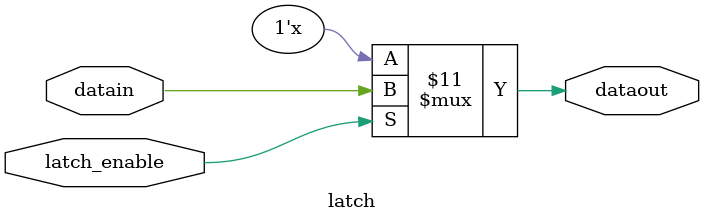
<source format=v>




`timescale 1 ps / 1ps

module oper_add ( a, b, cin, cout, o );

	parameter width_a = 32;
	parameter width_b = 32;
	parameter width_o = 32;
	parameter sgate_representation = 1;

	input [width_a-1:0] a;
	input [width_b-1:0] b;
	input cin;
	output cout;
	output [width_o-1:0] o;


   initial
    begin

        // check if width_a > 0
        if (width_a <= 0)
            $display("Error!  width_a must be greater than 0.\n");
        // check if width_b > 0
        if (width_b <= 0)
            $display("Error!  width_b must be greater than 0.\n");
        // check if width_o > 0
        if (width_o <= 0)
            $display("Error!  width_o must be greater than 0.\n");
        if (width_a != width_b)
            $display("Error!  width_a must be equal to width_b.\n");
        if (width_a != width_o)
            $display("Error!  width_a must be equal to width_o.\n");
        // check for valid lpm_rep value
        if (sgate_representation != 1 &&
            sgate_representation != 0)
            $display("Error!  sgate_representation value must be 1 (SIGNED) or 0 (UNSIGNED).");
    end


 	lpm_add_sub	lpm_add_sub_component (
				.dataa (a),
				.datab (b),
				.cin (cin),
				.cout (cout),
				.result (o),
				.add_sub (),
				.clock (),
				.aclr (),
				.clken (),
				.overflow ()
				);
	defparam
		lpm_add_sub_component.lpm_width = width_a,
		lpm_add_sub_component.lpm_direction = "ADD",
		lpm_add_sub_component.lpm_type = "LPM_ADD_SUB",
		lpm_add_sub_component.lpm_hint = "ONE_INPUT_IS_CONSTANT=NO";

endmodule 
////------------------------------------------------------------------------------------------
////------------------------------------------------------------------------------------------
`timescale 1 ps / 1ps
module oper_addsub ( a, b, addnsub, o );

	parameter width_a = 32;
	parameter width_b = 32;
	parameter width_o = 32;
	
	parameter sgate_representation = 0;

	input  [width_a-1:0] a;
	input  [width_b-1:0] b;
	
	input  addnsub;
	output [width_o-1:0] o;

    reg [width_a-1:0] not_a;
    reg [width_b-1:0] not_b;
    reg [width_o-1:0] tmp_result;
//    reg signed [width_a+2-1:0] a_int, b_int; //(not_a)*(-1)-1
//	reg signed [width_a+5-1:0] result_int, i; // a_int + (-b_int) 

    integer a_int, b_int; //(not_a)*(-1)-1
	integer result_int, i; // a_int + (-b_int) 

	buf (i_add_sub, addnsub);

   initial
    begin
        // check if width_a > 0
        if (width_a <= 0)
            $display("Error!  width_a must be greater than 0.\n");
        // check if width_b > 0
        if (width_b <= 0)
            $display("Error!  width_b must be greater than 0.\n");
        // check if width_o > 0
        if (width_o <= 0)
            $display("Error!  width_o must be greater than 0.\n");
        if (width_a != width_b)
            $display("Error!  width_a must be equal to width_b.\n");
        if (sgate_representation != 1 &&
            sgate_representation != 0)
            $display("Error!  sgate_representation value must be 1 (SIGNED) or 0 (UNSIGNED).");

            tmp_result = 'b0;
    end

 
    always @(a or b or i_add_sub)
	begin
    
            if (i_add_sub == 1)
            begin
                tmp_result = a + b;
            end
            else if (i_add_sub == 0)
            begin
                tmp_result = a - b;
            end
     
            if (sgate_representation == 1)
            begin
                not_a = ~a;
                not_b = ~b;

                a_int = (a[width_a-1]) ? (not_a)*(-1)-1 : a;
                b_int = (b[width_b-1]) ? (not_b)*(-1)-1 : b;
    
                // perform the addtion or subtraction operation
                if (i_add_sub == 1)
                begin
                    result_int = a_int + b_int;
                    tmp_result = result_int;
                end
                else if (i_add_sub == 0)
                begin
                    result_int = a_int - b_int;
                    tmp_result = result_int;
                end
                tmp_result = result_int;
        end
	end	

    assign o = tmp_result;

endmodule //oper_addsub

////------------------------------------------------------------------------------------------
////------------------------------------------------------------------------------------------
`timescale 1 ps / 1ps
module mux21 ( dataa, datab, dataout, outputselect);

	input dataa;
	input datab;
	output dataout;
	input outputselect;

	reg tmp_result;
    integer i;

    always @(dataa or datab or outputselect)
	begin
		tmp_result = 0;
		if (outputselect)
		begin
	        tmp_result = datab;
		end
		else
		begin
	        tmp_result = dataa;
		end
	end

    assign dataout = tmp_result;

endmodule //mux21

////------------------------------------------------------------------------------------------
////------------------------------------------------------------------------------------------
`timescale 1 ps / 1ps
module io_buf_tri (datain, dataout, oe);

	input  datain;
	input  oe;
	output dataout;

	reg tmp_tridata;
	
	always @(datain or oe)
	begin
        if (oe == 0)
		begin
			tmp_tridata = 1'bz;
		end
        else 
		begin
			tmp_tridata = datain;	
		end
	end

	assign dataout = tmp_tridata;

endmodule // io_buf_tri


////------------------------------------------------------------------------------------------
////------------------------------------------------------------------------------------------
`timescale 1 ps / 1ps
module io_buf_opdrn (datain, dataout);

	input  datain;
	output dataout;

	reg tmp_tridata;
	
	always @(datain)
	begin
        if (datain == 0)
		begin
			tmp_tridata = 1'b0;
		end
        else 
		begin
			tmp_tridata = 1'bz;	
		end
	end

	assign dataout = tmp_tridata;

endmodule // io_buf_tri

////------------------------------------------------------------------------------------------
////------------------------------------------------------------------------------------------
`timescale 1 ps / 1ps
module oper_mult ( a, b,  o );

	parameter width_a = 32;
	parameter width_b = 32;
	parameter width_o = 32;
	parameter sgate_representation = 1;


	input [width_a-1:0] a;
	input [width_b-1:0] b;
	output [width_o-1:0] o;


	initial
	begin
        // check if width_a > 0
        if (width_a <= 0)
            $display("Error!  width_a must be greater than 0.\n");
        // check if width_b > 0
        if (width_b <= 0)
            $display("Error!  width_b must be greater than 0.\n");
        // check if width_o > 0
        if (width_o <= 0)
            $display("Error!  width_o must be greater than 0.\n");
        // check for valid lpm_rep value
        if ((sgate_representation != 1) && (sgate_representation != 0))
            $display("Error!  sgate_representation value must be 1 (signed) or 0 (unsigned).", $time);
	end
	
	lpm_mult	lpm_mult_component (
				.dataa (a),
				.datab (b),
				.result (o),
			    .sum (),
				.aclr (),
				.clock (),
				.clken ()
				);
	defparam
		lpm_mult_component.lpm_widtha = width_a,
		lpm_mult_component.lpm_widthb = width_b,
		lpm_mult_component.lpm_widthp = width_o,
		lpm_mult_component.lpm_widths = width_o,
		lpm_mult_component.lpm_type = "LPM_MULT",
		lpm_mult_component.lpm_representation = sgate_representation ? "SIGNED" : "UNSIGNED",
		lpm_mult_component.lpm_hint = "MAXIMIZE_SPEED=6";


endmodule // oper_mult


////------------------------------------------------------------------------------------------
////------------------------------------------------------------------------------------------
`timescale 1 ps / 1ps
module tri_bus ( datain, dataout );

	parameter width_datain = 1;
	parameter width_dataout = 1;

	input [(width_datain)-1:0] datain;
	output [width_dataout-1:0] dataout;

    reg [width_dataout-1:0] tmp_result;
    integer i;

   initial
    begin
            tmp_result = 1'bz;

        // check if width_a > 0
        if (width_datain <= 0)
            $display("Error!  width_datain must be greater than 0.\n");
        // check if width_b > 0
        if (width_dataout != 1)
            $display("Error!  width_dataout must be equal to 1.\n");
        // check if width_o > 0

    end


    always @(datain)
	begin
            for (i = 0; i < width_datain; i = i + 1)
				if ((datain[i] == 1)||(datain[i] == 0))
				begin
				tmp_result[0]=datain[i];
				end
	end

    assign dataout = tmp_result;
endmodule // tri_bus

////------------------------------------------------------------------------------------------
////------------------------------------------------------------------------------------------
`timescale 1 ps / 1ps
module oper_div ( a, b, o);

	parameter width_a = 6;
	parameter width_b = 6;
	parameter width_o = 6;
	parameter sgate_representation = 0;

	input  [width_a-1:0] a;
	input  [width_b-1:0] b;
	output [width_o-1:0] o;
	
	wire [width_a-1:0] tmp_result;
	reg [width_o-1:0] tmp_result2;
	wire [width_b-1:0] hold_rem;

	integer i;

	lpm_divide u1 (
			.numer (a), 
			.denom (b), 
			.quotient (tmp_result), 
			.remain (hold_rem),
		    .clock (),
		    .aclr (),
			.clken ()
			);
		defparam u1.lpm_widthn= width_a,
			   u1.lpm_widthd= width_b,
			   u1.lpm_nrepresentation= sgate_representation ? "SIGNED" : "UNSIGNED",
			   u1.lpm_drepresentation= sgate_representation ? "SIGNED" : "UNSIGNED",
			   u1.lpm_type = "LPM_DIVIDE",
			   u1.lpm_hint = sgate_representation ? "LPM_REMAINDERPOSITIVE=FALSE" : "LPM_REMAINDERPOSITIVE=TRUE";

   initial
    begin

        // check if width_a > 0
        if (width_a <= 0)
            $display("Error!  width_a must be greater than 0.\n");
        // check if width_b > 0
        if (width_b <= 0)
            $display("Error!  width_b must be greater than 0.\n");
        // check if width_o > 0
        if (width_o <= 0)
            $display("Error!  width_o must greater than 0.\n");
        // check if width_o > 0
    end

	always @(a or b)
	begin
		if ((width_o - width_a) > 0)
		begin
			for (i = width_a; i < width_o; i = i + 1)
			begin
				tmp_result2[i] = sgate_representation ? tmp_result[width_a-1] : 1'b0;  
			end
		end	
	end
	
	assign o = tmp_result2;	
		
		
endmodule // oper_div

////------------------------------------------------------------------------------------------
////------------------------------------------------------------------------------------------
`timescale 1 ps / 1ps
module oper_mod ( a, b, o);

	parameter width_a = 6;
	parameter width_b = 6;
	parameter width_o = 6;
	parameter sgate_representation = 0;

	input  [width_a-1:0] a;
	input  [width_b-1:0] b;
	output [width_o-1:0] o;
	
	wire [width_a-1:0] tmp_result;
	reg [width_o-1:0] tmp_result2;
	wire [width_b-1:0] hold_rem;

	integer i;

	lpm_divide u1 (
			.numer (a), 
			.denom (b), 
			.quotient (tmp_result), 
			.remain (hold_rem),
		    .clock (),
		    .aclr (),
			.clken ()
			);
		defparam u1.lpm_widthn= width_a,
			   u1.lpm_widthd= width_b,
			   u1.lpm_nrepresentation= sgate_representation ? "SIGNED" : "UNSIGNED",
			   u1.lpm_drepresentation= sgate_representation ? "SIGNED" : "UNSIGNED",
			   u1.lpm_type = "LPM_DIVIDE",
			   u1.lpm_hint = sgate_representation ? "LPM_REMAINDERPOSITIVE=FALSE" : "LPM_REMAINDERPOSITIVE=TRUE";

   initial
    begin

        // check if width_a > 0
        if (width_a <= 0)
            $display("Error!  width_a must be greater than 0.\n");
        // check if width_b > 0
        if (width_b <= 0)
            $display("Error!  width_b must be greater than 0.\n");
        // check if width_o > 0
        if (width_o <= 0)
            $display("Error!  width_o must greater than 0.\n");
        // check if width_o > 0
    end

	always @(a or b)
	begin
		if ((width_o - width_b) > 0)
		begin
			for (i = width_b; i < width_o; i = i + 1)
			begin
				tmp_result2[i] = sgate_representation ? hold_rem[width_b-1] : 1'b0;  
			end
		end	
	end
	
	assign o = tmp_result2;	
		
		
endmodule // oper_mod

////------------------------------------------------------------------------------------------
////------------------------------------------------------------------------------------------
`timescale 1 ps / 1ps
module oper_left_shift ( a, amount, cin, o);

	parameter width_a = 6;
	parameter width_amount = 6;
	parameter width_o = 6;
	parameter sgate_representation = 0;

	input  [width_a-1:0] a;
	input  [width_amount-1:0] amount;
	input  cin;
	output [width_o-1:0] o;
	integer i;

	reg [width_a-1:0] ONES;
	reg [width_a-1:0] tmp_buf;
	
	reg [width_a-1:0] temp_result2;

	initial
	begin

        // check if width_amount > 0
        if (width_amount <= 0)
            $display("Error!  width_amount must be greater than 0.\n");
        // check if width_a > 0
        if (width_a <= 0)
            $display("Error!  width_a must be greater than 0.\n");
        // check if width_a = width_o
        if (width_a < width_o)
            $display("Error!  width_a must be greater than or equal to width_o.\n");
        // check if width_o > 0
        if (sgate_representation != 1 &&
            sgate_representation != 0)
            $display("Error!  sgate_representation value must be 1 (SIGNED) or 0 (UNSIGNED).");     
	end

		
	always @(a or amount or cin)
	begin
	
		tmp_buf[width_a-1:0]=a[width_a-1:0];
		
		if (sgate_representation)
		begin
			for (i=0; i < width_a; i=i+1)
				ONES[i] = 1'b0;				
		end
		else
		begin
			for (i=0; i < width_a; i=i+1)
				ONES[i] = cin;							
		end
		
		temp_result2 = (tmp_buf << amount) | (ONES >> (width_a-amount)) ;
	
	end
				
	
	assign o = temp_result2[width_o-1:0];	

endmodule // oper_left_shift

////------------------------------------------------------------------------------------------
////------------------------------------------------------------------------------------------
	
`timescale 1 ps / 1ps
module oper_right_shift ( a, amount, cin, o);

	parameter width_a = 6;
	parameter width_amount = 6;
	parameter width_o = 6;
	parameter sgate_representation = 0;

	input  [width_a-1:0] a;
	input  [width_amount-1:0] amount;
	input  cin;
	output [width_o-1:0] o;
	integer i;

	reg [width_a-1:0] ONES;
	reg [width_a-1:0] tmp_buf;
	
	reg [width_a-1:0] temp_result2;

	initial
	begin

        // check if width_amount > 0
        if (width_amount <= 0)
            $display("Error!  width_amount must be greater than 0.\n");
        // check if width_a > 0
        if (width_a <= 0)
            $display("Error!  width_a must be greater than 0.\n");
        // check if width_a = width_o
        if (width_a < width_o)
            $display("Error!  width_a must be greater than or equal to width_o.\n");
        // check if width_o > 0
        if (sgate_representation != 1 &&
            sgate_representation != 0)
            $display("Error!  sgate_representation value must be 1 (SIGNED) or 0 (UNSIGNED).");     
	end

		
	always @(a or amount or cin)
	begin
	
		tmp_buf[width_a-1:0]=a[width_a-1:0];
		
		if (sgate_representation)
		begin
			for (i=0; i < width_a; i=i+1)
				ONES[i] = 1'b1;				
		end
		else
		begin
			for (i=0; i < width_a; i=i+1)
				ONES[i] = cin;							
		end
		
		if (a[width_a-1] == 0)
		begin
			temp_result2 = (tmp_buf >> amount);	
		end
		else
		begin
		temp_result2 = (tmp_buf >> amount) | (ONES << (width_a-amount)) ;
		end
	
	end
				
	
	assign o = temp_result2[width_o-1:0];	

endmodule // oper_right_shift

////------------------------------------------------------------------------------------------
////------------------------------------------------------------------------------------------
`timescale 1 ps / 1ps
module oper_rotate_left ( amount,	a, o);

	parameter width_a = 6;
	parameter width_amount = 6;
	parameter width_o = 6;
	parameter sgate_representation = 0;

	input	[width_amount-1:0]  amount;
	input	[width_a-1:0]  a;
	output	[width_o-1:0]  o;

	wire [width_a-1:0] temp_result;
	wire temp_direction = 1'h0;
	wire [width_a-1:0] result = temp_result[width_a-1:0];

	lpm_clshift	lpm_clshift_component (
				.distance (amount),
				.direction (temp_direction),
				.data (a),
				.result (temp_result),
			    .underflow (),
			    .overflow ()
				);
	defparam
		lpm_clshift_component.lpm_type = "LPM_CLSHIFT",
		lpm_clshift_component.lpm_shifttype = "ROTATE",
		lpm_clshift_component.lpm_width = width_a,
		lpm_clshift_component.lpm_widthdist = width_amount;

   initial
    begin
        // check if width_a > 0
        if (width_a <= 0)
            $display("Error!  width_a must be greater than 0.\n");
        if (width_a != width_o)
            $display("Error!  width_a must be equal to width_o.\n");
        if (sgate_representation != 1 &&
            sgate_representation != 0)
            $display("Error!  sgate_representation value must be 1 (SIGNED) or 0 (UNSIGNED).");
    end

endmodule //oper_rotate_left

////------------------------------------------------------------------------------------------
////------------------------------------------------------------------------------------------
`timescale 1 ps / 1ps
module oper_rotate_right ( amount,	a, o);

	parameter width_a = 6;
	parameter width_amount = 6;
	parameter width_o = 6;
	parameter sgate_representation = 0;

	input	[width_amount-1:0]  amount;
	input	[width_a-1:0]  a;
	output	[width_o-1:0]  o;

	wire [width_a-1:0] temp_result;
	wire temp_direction = 1'h1;
	wire [width_a-1:0] result = temp_result[width_a-1:0];

	lpm_clshift	lpm_clshift_component (
				.distance (amount),
				.direction (temp_direction),
				.data (a),
				.result (temp_result),
			    .underflow (),
			    .overflow ()
				);
	defparam
		lpm_clshift_component.lpm_type = "LPM_CLSHIFT",
		lpm_clshift_component.lpm_shifttype = "ROTATE",
		lpm_clshift_component.lpm_width = width_a,
		lpm_clshift_component.lpm_widthdist = width_amount;

   initial
    begin
        // check if width_a > 0
        if (width_a <= 0)
            $display("Error!  width_a must be greater than 0.\n");
        if (width_a != width_o)
            $display("Error!  width_a must be equal to width_o.\n");
        if (sgate_representation != 1 &&
            sgate_representation != 0)
            $display("Error!  sgate_representation value must be 1 (SIGNED) or 0 (UNSIGNED).");
    end

endmodule //oper_rotate_right

////------------------------------------------------------------------------------------------
////------------------------------------------------------------------------------------------
`timescale 1 ps / 1ps
module oper_less_than (a, b, cin, o);

	parameter width_a = 6;
	parameter width_b = 6;
	parameter sgate_representation = 0;

	parameter width_max= width_a>width_b ? width_a : width_b;

	input [width_a-1:0] a;
	input [width_b-1:0] b;
	input cin;
	output o;
	
	integer sa;
	integer sb;
    reg [width_a-1:0] not_a;
    reg [width_b-1:0] not_b;

	reg tmp_result;
	initial
    begin
 
        // check if width_a > 0
        if (width_a <= 0)
            $display("Error!  width_datain must be greater than 0.\n");
        if (width_b <= 0)
            $display("Error!  width_datain must be greater than 0.\n");
    end
	
    always @(a or b or cin)
	begin
        sa = a;
        sb = b;
        not_a = ~a;
        not_b = ~b;

        if (sgate_representation == "SIGNED")
        begin
            if (a[width_a-1] == 1)
                sa = (not_a) * (-1) - 1;
            if (b[width_b-1] == 1)
                sb = (not_b) * (-1) - 1;

			if (sa<sb)
			begin
				tmp_result = 1;
			end
			else if ((sa==sb)&&(cin))
			begin
				tmp_result = 1;		
			end
			else
			begin
				tmp_result = 0;		
			end

        end
		else
		begin
			if (a<b)
			begin
				tmp_result = 1;
			end
			else if ((a==b)&&(cin))
			begin
				tmp_result = 1;		
			end
			else
			begin
				tmp_result = 0;		
			end
		end
	end
	
    assign o = tmp_result;

endmodule // oper_less_than
	
////------------------------------------------------------------------------------------------
////------------------------------------------------------------------------------------------
`timescale 1 ps / 1ps
module oper_mux ( sel,	data, o);

	parameter width_sel = 6;
	parameter width_data = 6;

	input	[width_sel-1:0]  sel;
	input	[width_data-1:0]  data;
	output	o;

	reg  temp_result;

   initial
    begin
            temp_result = 'bz;

        // check if width_a > 0
        if (width_data <= 0)
            $display("Error!  width_data must be greater than 0.\n");
        // check if width_b > 0
        if (width_sel <= 0)
            $display("Error!  width_sel must be greater than 0.\n");
        // check if width_o > 0

    end



    always @(data or sel)
	begin
         temp_result = data[sel];
	end


    assign o = temp_result;

endmodule //oper_mux

////------------------------------------------------------------------------------------------
////------------------------------------------------------------------------------------------
`timescale 1 ps / 1ps
module oper_selector ( sel, data, o);
 
 parameter width_sel = 6;
 parameter width_data = 6;
 
 input [width_sel-1:0]  sel;
 input [width_data-1:0]  data;
 output o;
 reg  temp_result;
 reg [width_data-1:0]  result;
 integer i;
 
   initial
    begin
        // check if width_a > 0
        if (width_sel <= 0)
            $display("Error!  width_sel must be greater than 0.\n");
        if (width_data != width_sel)
            $display("Error!  width_sel must be equal to width_data.\n");
 
    end
 
 always @(data or sel)
 begin
  temp_result = 1'b0;
  for (i = 0; i < width_sel; i = i + 1)
   if (sel[i] == 1)
   begin
    temp_result= temp_result | data[i];
   end
 end

 assign o = temp_result;
 
endmodule //oper_selector

////------------------------------------------------------------------------------------------
////------------------------------------------------------------------------------------------
`timescale 1 ps / 1ps
module oper_decoder ( i, o);

	parameter width_i = 6;
	parameter width_o = 6;

	input	[width_i-1:0]  i;
	output	[width_o-1:0] o;

   initial
    begin
        // check if width_i > 0
        if (width_i <= 0)
            $display("Error!  width_i must be greater than 0.\n");
        if (width_o <= 0)
            $display("Error!  width_o must be greater than 0.\n");
    end

	lpm_decode	lpm_decode_component (
				.data (i),
				.eq (o),
				.enable (),
			    .clock (),
    			.aclr (),
    			.clken ()
				);
	defparam
		lpm_decode_component.lpm_width = width_i,
		lpm_decode_component.lpm_decodes = width_o,
		lpm_decode_component.lpm_type = "LPM_DECODE";


endmodule //oper_decoder

////------------------------------------------------------------------------------------------
////------------------------------------------------------------------------------------------
`timescale 1 ps / 1ps
module oper_bus_mux ( a, b, sel, o);

	parameter width_a = 6;
	parameter width_b = 6;

	parameter width_o = 6;

	input	[width_a-1:0]  a;
	input	[width_b-1:0]  b;
	input	 sel;	
	output	[width_o-1:0] o;
	
	wire [width_a+width_b-1:0] all_inps;
	
	assign all_inps[width_a-1:0]=a[width_a-1:0];
	assign all_inps[width_a+width_b-1:width_a]=b[width_b-1:0];
	 

   initial
    begin
        // check if width_a > 0
        if (width_a <= 0)
            $display("Error!  width_a must be greater than 0.\n");
        if (width_b <= 0)
            $display("Error!  width_o must be greater than 0.\n");
        if (width_a != width_b)
            $display("Error!  width_a must equal width_b.\n");
        if (width_a != width_o)
            $display("Error!  width_a must equal width_o.\n");
    end

	lpm_mux	lpm_mux_component (
				.data (all_inps),
				.sel(sel),
				.result (o),
			    .clock (),
			    .aclr (),
    			.clken ()
				);
	defparam
		lpm_mux_component.lpm_width = width_o,
		lpm_mux_component.lpm_size = 2,
		lpm_mux_component.lpm_widths = 1,		
		lpm_mux_component.lpm_type = "lpm_mux";


endmodule //oper_bus_mux

////------------------------------------------------------------------------------------------
////------------------------------------------------------------------------------------------
`timescale 1 ps / 1ps
module latch(datain, dataout, latch_enable);

	input datain, latch_enable;
	output dataout;
	
	reg dataout;
	always @(datain or latch_enable)
	begin
		if (latch_enable)
			dataout = datain;
	end

endmodule //latch


</source>
